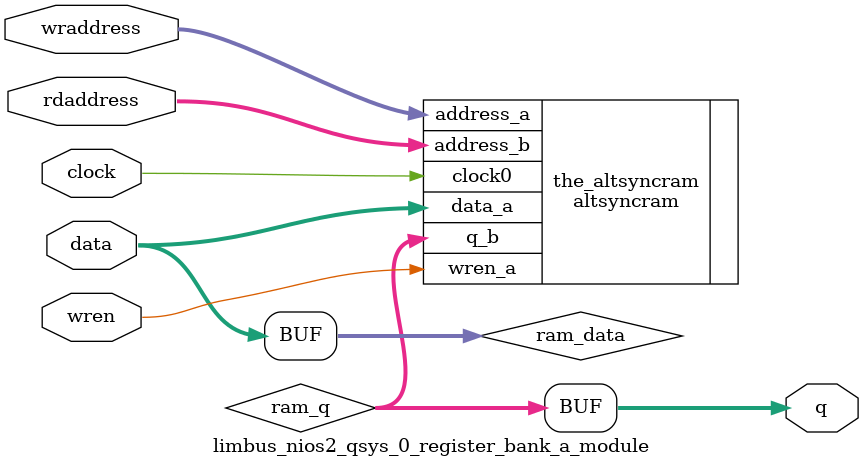
<source format=v>
module limbus_nios2_qsys_0_register_bank_a_module (
                                                    // inputs:
                                                     clock,
                                                     data,
                                                     rdaddress,
                                                     wraddress,
                                                     wren,
                                                    // outputs:
                                                     q
                                                  )
;
  parameter lpm_file = "UNUSED";
  output  [ 31: 0] q;
  input            clock;
  input   [ 31: 0] data;
  input   [  4: 0] rdaddress;
  input   [  4: 0] wraddress;
  input            wren;
  wire    [ 31: 0] q;
  wire    [ 31: 0] ram_data;
  wire    [ 31: 0] ram_q;
  assign q = ram_q;
  assign ram_data = data;
  altsyncram the_altsyncram
    (
      .address_a (wraddress),
      .address_b (rdaddress),
      .clock0 (clock),
      .data_a (ram_data),
      .q_b (ram_q),
      .wren_a (wren)
    );
  defparam the_altsyncram.address_reg_b = "CLOCK0",
           the_altsyncram.init_file = lpm_file,
           the_altsyncram.maximum_depth = 0,
           the_altsyncram.numwords_a = 32,
           the_altsyncram.numwords_b = 32,
           the_altsyncram.operation_mode = "DUAL_PORT",
           the_altsyncram.outdata_reg_b = "UNREGISTERED",
           the_altsyncram.ram_block_type = "AUTO",
           the_altsyncram.rdcontrol_reg_b = "CLOCK0",
           the_altsyncram.read_during_write_mode_mixed_ports = "DONT_CARE",
           the_altsyncram.width_a = 32,
           the_altsyncram.width_b = 32,
           the_altsyncram.widthad_a = 5,
           the_altsyncram.widthad_b = 5;
endmodule
</source>
